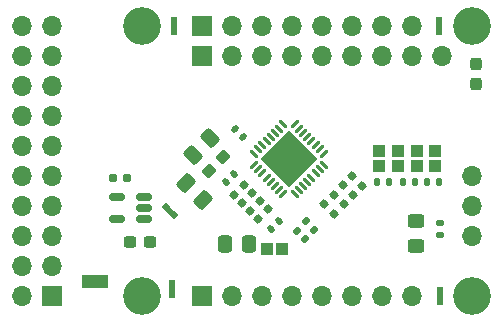
<source format=gbr>
%TF.GenerationSoftware,KiCad,Pcbnew,8.0.7*%
%TF.CreationDate,2025-04-21T06:01:31-04:00*%
%TF.ProjectId,tac5212_audio_board_single_ended,74616335-3231-4325-9f61-7564696f5f62,rev?*%
%TF.SameCoordinates,Original*%
%TF.FileFunction,Soldermask,Top*%
%TF.FilePolarity,Negative*%
%FSLAX46Y46*%
G04 Gerber Fmt 4.6, Leading zero omitted, Abs format (unit mm)*
G04 Created by KiCad (PCBNEW 8.0.7) date 2025-04-21 06:01:31*
%MOMM*%
%LPD*%
G01*
G04 APERTURE LIST*
G04 Aperture macros list*
%AMRoundRect*
0 Rectangle with rounded corners*
0 $1 Rounding radius*
0 $2 $3 $4 $5 $6 $7 $8 $9 X,Y pos of 4 corners*
0 Add a 4 corners polygon primitive as box body*
4,1,4,$2,$3,$4,$5,$6,$7,$8,$9,$2,$3,0*
0 Add four circle primitives for the rounded corners*
1,1,$1+$1,$2,$3*
1,1,$1+$1,$4,$5*
1,1,$1+$1,$6,$7*
1,1,$1+$1,$8,$9*
0 Add four rect primitives between the rounded corners*
20,1,$1+$1,$2,$3,$4,$5,0*
20,1,$1+$1,$4,$5,$6,$7,0*
20,1,$1+$1,$6,$7,$8,$9,0*
20,1,$1+$1,$8,$9,$2,$3,0*%
%AMRotRect*
0 Rectangle, with rotation*
0 The origin of the aperture is its center*
0 $1 length*
0 $2 width*
0 $3 Rotation angle, in degrees counterclockwise*
0 Add horizontal line*
21,1,$1,$2,0,0,$3*%
G04 Aperture macros list end*
%ADD10C,0.000000*%
%ADD11C,0.010000*%
%ADD12RoundRect,0.160000X0.252791X-0.026517X-0.026517X0.252791X-0.252791X0.026517X0.026517X-0.252791X0*%
%ADD13RoundRect,0.135000X-0.226274X-0.035355X-0.035355X-0.226274X0.226274X0.035355X0.035355X0.226274X0*%
%ADD14R,1.700000X1.700000*%
%ADD15O,1.700000X1.700000*%
%ADD16C,3.200000*%
%ADD17R,1.000000X1.000000*%
%ADD18RoundRect,0.250000X0.337500X0.475000X-0.337500X0.475000X-0.337500X-0.475000X0.337500X-0.475000X0*%
%ADD19RoundRect,0.160000X-0.026517X-0.252791X0.252791X0.026517X0.026517X0.252791X-0.252791X-0.026517X0*%
%ADD20RoundRect,0.140000X0.219203X0.021213X0.021213X0.219203X-0.219203X-0.021213X-0.021213X-0.219203X0*%
%ADD21RoundRect,0.250000X0.574524X0.097227X0.097227X0.574524X-0.574524X-0.097227X-0.097227X-0.574524X0*%
%ADD22RoundRect,0.150000X0.512500X0.150000X-0.512500X0.150000X-0.512500X-0.150000X0.512500X-0.150000X0*%
%ADD23RoundRect,0.135000X-0.185000X0.135000X-0.185000X-0.135000X0.185000X-0.135000X0.185000X0.135000X0*%
%ADD24R,0.508000X0.500000*%
%ADD25R,0.508000X0.508000*%
%ADD26RoundRect,0.237500X0.237500X-0.300000X0.237500X0.300000X-0.237500X0.300000X-0.237500X-0.300000X0*%
%ADD27RoundRect,0.062500X-0.220971X-0.309359X0.309359X0.220971X0.220971X0.309359X-0.309359X-0.220971X0*%
%ADD28RoundRect,0.062500X0.220971X-0.309359X0.309359X-0.220971X-0.220971X0.309359X-0.309359X0.220971X0*%
%ADD29RotRect,3.450000X3.450000X45.000000*%
%ADD30RoundRect,0.140000X-0.021213X0.219203X-0.219203X0.021213X0.021213X-0.219203X0.219203X-0.021213X0*%
%ADD31RoundRect,0.250000X-0.097227X0.574524X-0.574524X0.097227X0.097227X-0.574524X0.574524X-0.097227X0*%
%ADD32RoundRect,0.250000X-0.450000X0.325000X-0.450000X-0.325000X0.450000X-0.325000X0.450000X0.325000X0*%
%ADD33RotRect,0.508000X0.508000X315.000000*%
%ADD34RoundRect,0.237500X-0.300000X-0.237500X0.300000X-0.237500X0.300000X0.237500X-0.300000X0.237500X0*%
%ADD35RoundRect,0.135000X-0.135000X-0.185000X0.135000X-0.185000X0.135000X0.185000X-0.135000X0.185000X0*%
%ADD36RoundRect,0.237500X-0.044194X-0.380070X0.380070X0.044194X0.044194X0.380070X-0.380070X-0.044194X0*%
%ADD37RoundRect,0.135000X0.135000X0.185000X-0.135000X0.185000X-0.135000X-0.185000X0.135000X-0.185000X0*%
%ADD38RoundRect,0.160000X-0.197500X-0.160000X0.197500X-0.160000X0.197500X0.160000X-0.197500X0.160000X0*%
%ADD39RoundRect,0.135000X0.226274X0.035355X0.035355X0.226274X-0.226274X-0.035355X-0.035355X-0.226274X0*%
G04 APERTURE END LIST*
%TO.C,E108*%
G36*
X99446000Y-99954000D02*
G01*
X99954000Y-99954000D01*
X99954000Y-99454000D01*
X99446000Y-99454000D01*
X99446000Y-99954000D01*
G37*
%TO.C,E109*%
G36*
X121846000Y-99954000D02*
G01*
X122354000Y-99954000D01*
X122354000Y-99454000D01*
X121846000Y-99454000D01*
X121846000Y-99954000D01*
G37*
D10*
%TO.C,DOUT108*%
G36*
X99653553Y-115394343D02*
G01*
X99294343Y-115753553D01*
X98946447Y-115405657D01*
X99305657Y-115046447D01*
X99653553Y-115394343D01*
G37*
%TO.C,5V108*%
D11*
X93960000Y-121800000D02*
X91850000Y-121800000D01*
X91850000Y-120800000D01*
X93960000Y-120800000D01*
X93960000Y-121800000D01*
G36*
X93960000Y-121800000D02*
G01*
X91850000Y-121800000D01*
X91850000Y-120800000D01*
X93960000Y-120800000D01*
X93960000Y-121800000D01*
G37*
%TO.C,G118*%
G36*
X121946000Y-122854000D02*
G01*
X122454000Y-122854000D01*
X122454000Y-122354000D01*
X121946000Y-122354000D01*
X121946000Y-122854000D01*
G37*
%TO.C,G117*%
G36*
X99246000Y-122254000D02*
G01*
X99754000Y-122254000D01*
X99754000Y-121754000D01*
X99246000Y-121754000D01*
X99246000Y-122254000D01*
G37*
%TD*%
D12*
%TO.C,R113*%
X114022496Y-114822496D03*
X113177504Y-113977504D03*
%TD*%
D13*
%TO.C,R121*%
X110039376Y-117039376D03*
X110760624Y-117760624D03*
%TD*%
D14*
%TO.C,board_outline108*%
X89337500Y-122600000D03*
D15*
X86797500Y-122600000D03*
X89337500Y-120060000D03*
X86797500Y-120060000D03*
X89337500Y-117520000D03*
X86797500Y-117520000D03*
X89337500Y-114980000D03*
X86797500Y-114980000D03*
X89337500Y-112440000D03*
X86797500Y-112440000D03*
X89337500Y-109900000D03*
X86797500Y-109900000D03*
X89337500Y-107360000D03*
X86797500Y-107360000D03*
X89337500Y-104820000D03*
X86797500Y-104820000D03*
X89337500Y-102280000D03*
X86797500Y-102280000D03*
X89337500Y-99740000D03*
X86797500Y-99740000D03*
D14*
X102047500Y-102285000D03*
X102047500Y-99745000D03*
D15*
X104587500Y-102285000D03*
X104587500Y-99745000D03*
X107127500Y-102285000D03*
X107127500Y-99745000D03*
X109667500Y-102285000D03*
X109667500Y-99745000D03*
X112207500Y-102285000D03*
X112207500Y-99745000D03*
X114747500Y-102285000D03*
X114747500Y-99745000D03*
X117287500Y-102285000D03*
X117287500Y-99745000D03*
X119827500Y-102285000D03*
X119827500Y-99745000D03*
D14*
X102047500Y-122605000D03*
D15*
X104587500Y-122605000D03*
X107127500Y-122605000D03*
X109667500Y-122605000D03*
X112207500Y-122605000D03*
X114747500Y-122605000D03*
X117287500Y-122605000D03*
X119827500Y-122605000D03*
X124892500Y-117525000D03*
X124892500Y-114985000D03*
X124892500Y-112445000D03*
X122352500Y-102285000D03*
D16*
X96952500Y-99745000D03*
X124892500Y-99745000D03*
X96952500Y-122605000D03*
X124892500Y-122605000D03*
%TD*%
D17*
%TO.C,ADD108*%
X117000000Y-111600000D03*
X117000000Y-110300000D03*
%TD*%
D12*
%TO.C,R112*%
X114822496Y-114022496D03*
X113977504Y-113177504D03*
%TD*%
D18*
%TO.C,C111*%
X106037500Y-118200000D03*
X103962500Y-118200000D03*
%TD*%
D12*
%TO.C,R114*%
X113222496Y-115622496D03*
X112377504Y-114777504D03*
%TD*%
D19*
%TO.C,R115*%
X105445334Y-114708704D03*
X106290326Y-113863712D03*
%TD*%
D17*
%TO.C,ADD112*%
X118600000Y-111600000D03*
X118600000Y-110300000D03*
%TD*%
D20*
%TO.C,C109*%
X105539411Y-109139411D03*
X104860589Y-108460589D03*
%TD*%
D17*
%TO.C,ADD110*%
X120200000Y-111600000D03*
X120200000Y-110300000D03*
%TD*%
D21*
%TO.C,C115*%
X102133623Y-114433623D03*
X100666377Y-112966377D03*
%TD*%
D22*
%TO.C,U108*%
X97137500Y-116050000D03*
X97137500Y-115100000D03*
X97137500Y-114150000D03*
X94862500Y-114150000D03*
X94862500Y-116050000D03*
%TD*%
D19*
%TO.C,R118*%
X106788837Y-116052207D03*
X107633829Y-115207215D03*
%TD*%
D23*
%TO.C,R126*%
X122200000Y-116390000D03*
X122200000Y-117410000D03*
%TD*%
D24*
%TO.C,E108*%
X99700000Y-100204000D03*
D25*
X99700000Y-99200000D03*
%TD*%
D26*
%TO.C,C118*%
X125200000Y-104662501D03*
X125200000Y-102937499D03*
%TD*%
D27*
%TO.C,TAC108-Q1*%
X106438990Y-111486136D03*
X106792544Y-111839689D03*
X107146097Y-112193243D03*
X107499651Y-112546796D03*
X107853204Y-112900349D03*
X108206757Y-113253903D03*
X108560311Y-113607456D03*
X108913864Y-113961010D03*
D28*
X109886136Y-113961010D03*
X110239689Y-113607456D03*
X110593243Y-113253903D03*
X110946796Y-112900349D03*
X111300349Y-112546796D03*
X111653903Y-112193243D03*
X112007456Y-111839689D03*
X112361010Y-111486136D03*
D27*
X112361010Y-110513864D03*
X112007456Y-110160311D03*
X111653903Y-109806757D03*
X111300349Y-109453204D03*
X110946796Y-109099651D03*
X110593243Y-108746097D03*
X110239689Y-108392544D03*
X109886136Y-108038990D03*
D28*
X108913864Y-108038990D03*
X108560311Y-108392544D03*
X108206757Y-108746097D03*
X107853204Y-109099651D03*
X107499651Y-109453204D03*
X107146097Y-109806757D03*
X106792544Y-110160311D03*
X106438990Y-110513864D03*
D29*
X109400000Y-111000000D03*
%TD*%
D30*
%TO.C,C116*%
X104739411Y-112260589D03*
X104060589Y-112939411D03*
%TD*%
D31*
%TO.C,C108*%
X102733623Y-109166377D03*
X101266377Y-110633623D03*
%TD*%
D32*
%TO.C,D116*%
X120175000Y-116250000D03*
X120175000Y-118300000D03*
%TD*%
D30*
%TO.C,C112*%
X108539411Y-116260589D03*
X107860589Y-116939411D03*
%TD*%
D24*
%TO.C,E109*%
X122100000Y-100204000D03*
D25*
X122100000Y-99200000D03*
%TD*%
D17*
%TO.C,ADD111*%
X121800000Y-111600000D03*
X121800000Y-110300000D03*
%TD*%
D33*
%TO.C,DOUT108*%
X99653553Y-115753553D03*
X98946447Y-115046447D03*
%TD*%
D12*
%TO.C,R110*%
X115622496Y-113222496D03*
X114777504Y-112377504D03*
%TD*%
D34*
%TO.C,C128*%
X95937500Y-118000000D03*
X97662500Y-118000000D03*
%TD*%
D35*
%TO.C,R123*%
X121090000Y-112900000D03*
X122110000Y-112900000D03*
%TD*%
D36*
%TO.C,C119*%
X102590120Y-112009880D03*
X103809880Y-110790120D03*
%TD*%
D37*
%TO.C,R124*%
X117910000Y-112900000D03*
X116890000Y-112900000D03*
%TD*%
D19*
%TO.C,R119*%
X104773583Y-114036952D03*
X105618575Y-113191960D03*
%TD*%
D17*
%TO.C,PU_EN108*%
X107550000Y-118600000D03*
X108850000Y-118600000D03*
%TD*%
D19*
%TO.C,R117*%
X106117086Y-115380455D03*
X106962078Y-114535463D03*
%TD*%
D24*
%TO.C,G118*%
X122200000Y-123104000D03*
D25*
X122200000Y-122100000D03*
%TD*%
D37*
%TO.C,R122*%
X120110000Y-112900000D03*
X119090000Y-112900000D03*
%TD*%
D38*
%TO.C,R125*%
X94502500Y-112600000D03*
X95697500Y-112600000D03*
%TD*%
D24*
%TO.C,G117*%
X99500000Y-122504000D03*
D25*
X99500000Y-121500000D03*
%TD*%
D39*
%TO.C,R120*%
X111560624Y-116960624D03*
X110839376Y-116239376D03*
%TD*%
M02*

</source>
